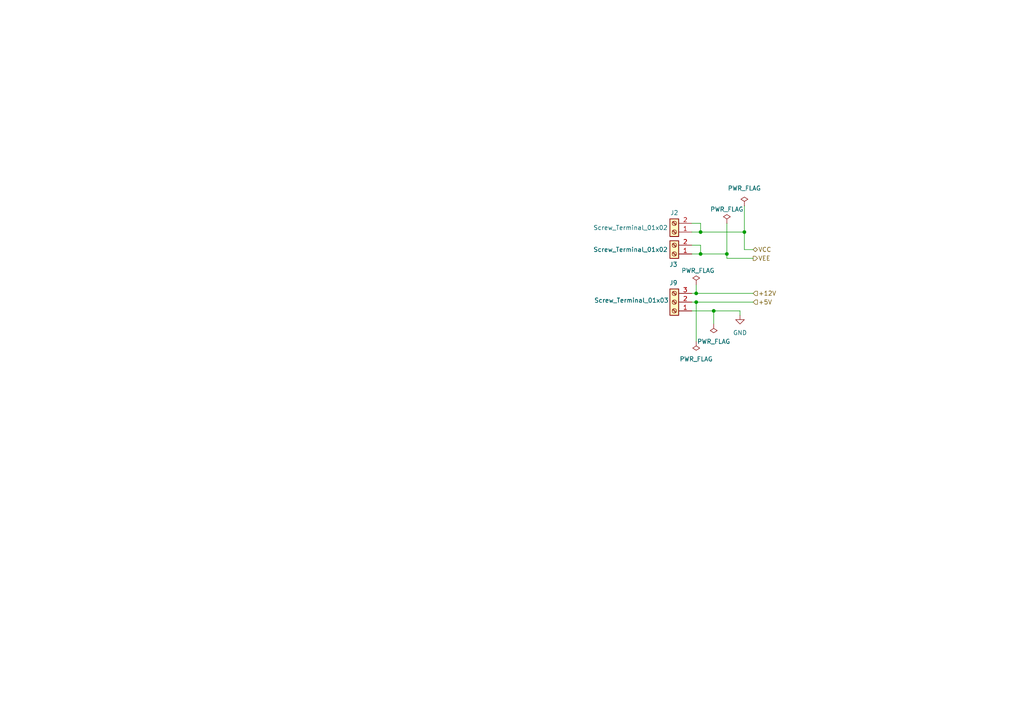
<source format=kicad_sch>
(kicad_sch (version 20231120) (generator "eeschema") (generator_version "8.0")
  (paper "A4")
  (title_block (title "Fuente_flyback_multisalida") (rev "1") (company "FaCENA-UNNE") (comment 1 "Dispositivo para relevamiento de umbrales de sensibilidad tactil.") (comment 2 "Tesis MIB: García Cabrera, Jeremías A."))
  (lib_symbols
    (symbol "Connector:Screw_Terminal_01x02" (pin_names (offset 1.016) hide)
      (property "Reference" "J" (at 0 2.54 0))
      (property "Value" "Screw_Terminal_01x02" (at 0 -5.08 0))
      (symbol "Screw_Terminal_01x02_1_1"
        (rectangle (start -1.27 1.27) (end 1.27 -3.81) (stroke (width 0.254)) (fill (type background)))
        (circle (center 0 -2.54) (radius 0.635) (stroke (width 0.1524)))
        (polyline (pts (xy -0.5334 -2.2098) (xy 0.3302 -3.048)) (stroke (width 0.1524)))
        (polyline (pts (xy -0.5334 0.3302) (xy 0.3302 -0.508)) (stroke (width 0.1524)))
        (polyline (pts (xy -0.3556 -2.032) (xy 0.508 -2.8702)) (stroke (width 0.1524)))
        (polyline (pts (xy -0.3556 0.508) (xy 0.508 -0.3302)) (stroke (width 0.1524)))
        (circle (center 0 0) (radius 0.635) (stroke (width 0.1524)))
        (pin passive line (at -5.08 0 0) (length 3.81) (name "Pin_1") (number "1"))
        (pin passive line (at -5.08 -2.54 0) (length 3.81) (name "Pin_2") (number "2"))
      )
    )
    (symbol "Connector:Screw_Terminal_01x03" (pin_names (offset 1.016) hide)
      (property "Reference" "J" (at 0 5.08 0))
      (property "Value" "Screw_Terminal_01x03" (at 0 -5.08 0))
      (symbol "Screw_Terminal_01x03_1_1"
        (rectangle (start -1.27 3.81) (end 1.27 -3.81) (stroke (width 0.254)) (fill (type background)))
        (circle (center 0 -2.54) (radius 0.635) (stroke (width 0.1524)))
        (polyline (pts (xy -0.5334 -2.2098) (xy 0.3302 -3.048)) (stroke (width 0.1524)))
        (polyline (pts (xy -0.5334 0.3302) (xy 0.3302 -0.508)) (stroke (width 0.1524)))
        (polyline (pts (xy -0.5334 2.8702) (xy 0.3302 2.032)) (stroke (width 0.1524)))
        (polyline (pts (xy -0.3556 -2.032) (xy 0.508 -2.8702)) (stroke (width 0.1524)))
        (polyline (pts (xy -0.3556 0.508) (xy 0.508 -0.3302)) (stroke (width 0.1524)))
        (polyline (pts (xy -0.3556 3.048) (xy 0.508 2.2098)) (stroke (width 0.1524)))
        (circle (center 0 0) (radius 0.635) (stroke (width 0.1524)))
        (circle (center 0 2.54) (radius 0.635) (stroke (width 0.1524)))
        (pin passive line (at -5.08 2.54 0) (length 3.81) (name "Pin_1") (number "1"))
        (pin passive line (at -5.08 0 0) (length 3.81) (name "Pin_2") (number "2"))
        (pin passive line (at -5.08 -2.54 0) (length 3.81) (name "Pin_3") (number "3"))
      )
    )
    (symbol "power:GND" (power) (pin_names (offset 0))
      (property "Value" "GND" (at 0 -3.81 0))
      (symbol "GND_0_1"
        (polyline (pts (xy 0 0) (xy 0 -1.27) (xy 1.27 -1.27) (xy 0 -2.54) (xy -1.27 -1.27) (xy 0 -1.27)))
      )
      (symbol "GND_1_1"
        (pin power_in line (at 0 0 270) (length 0) hide (name "GND") (number "1"))
      )
    )
    (symbol "power:PWR_FLAG" (power) (pin_numbers hide) (pin_names (offset 0) hide)
      (property "Value" "PWR_FLAG" (at 0 3.81 0))
      (symbol "PWR_FLAG_0_0"
        (pin power_out line (at 0 0 90) (length 0) (name "pwr") (number "1"))
      )
      (symbol "PWR_FLAG_0_1"
        (polyline (pts (xy 0 0) (xy 0 1.27) (xy -1.016 1.905) (xy 0 2.54) (xy 1.016 1.905) (xy 0 1.27)))
      )
    )
  )
  (junction (at 215.9 67.31))
  (junction (at 207.01 90.17))
  (junction (at 203.2 67.31))
  (junction (at 201.93 87.63))
  (junction (at 201.93 85.09))
  (junction (at 210.82 73.66))
  (junction (at 203.2 73.66))
  (wire (pts (xy 215.9 72.39) (xy 218.44 72.39)))
  (wire (pts (xy 200.66 90.17) (xy 207.01 90.17)))
  (wire (pts (xy 207.01 90.17) (xy 214.63 90.17)))
  (wire (pts (xy 201.93 85.09) (xy 218.44 85.09)))
  (wire (pts (xy 201.93 87.63) (xy 218.44 87.63)))
  (wire (pts (xy 210.82 73.66) (xy 210.82 74.93)))
  (wire (pts (xy 207.01 93.98) (xy 207.01 90.17)))
  (wire (pts (xy 203.2 64.77) (xy 203.2 67.31)))
  (wire (pts (xy 210.82 74.93) (xy 218.44 74.93)))
  (wire (pts (xy 215.9 59.69) (xy 215.9 67.31)))
  (wire (pts (xy 200.66 67.31) (xy 203.2 67.31)))
  (wire (pts (xy 203.2 73.66) (xy 210.82 73.66)))
  (wire (pts (xy 200.66 73.66) (xy 203.2 73.66)))
  (wire (pts (xy 200.66 71.12) (xy 203.2 71.12)))
  (wire (pts (xy 200.66 85.09) (xy 201.93 85.09)))
  (wire (pts (xy 215.9 67.31) (xy 215.9 72.39)))
  (wire (pts (xy 201.93 87.63) (xy 201.93 99.06)))
  (wire (pts (xy 203.2 67.31) (xy 215.9 67.31)))
  (wire (pts (xy 200.66 87.63) (xy 201.93 87.63)))
  (wire (pts (xy 203.2 71.12) (xy 203.2 73.66)))
  (wire (pts (xy 201.93 82.55) (xy 201.93 85.09)))
  (wire (pts (xy 200.66 64.77) (xy 203.2 64.77)))
  (wire (pts (xy 210.82 64.77) (xy 210.82 73.66)))
  (wire (pts (xy 214.63 91.44) (xy 214.63 90.17)))
  (hierarchical_label "+5V" (shape input) (at 218.44 87.63 0))
  (hierarchical_label "+12V" (shape input) (at 218.44 85.09 0))
  (hierarchical_label "VCC" (shape bidirectional) (at 218.44 72.39 0))
  (hierarchical_label "VEE" (shape output) (at 218.44 74.93 0))
  (symbol (lib_id "power:GND") (at 214.63 91.44 0) (unit 1)
    (property "Reference" "#PWR02" (effects (hide yes)))
    (property "Value" "GND" (at 214.63 96.52 0))
  )
  (symbol (lib_id "power:PWR_FLAG") (at 207.01 93.98 180) (unit 1)
    (property "Reference" "#FLG05" (effects (hide yes)))
    (property "Value" "PWR_FLAG" (at 207.01 99.06 0))
  )
  (symbol (lib_id "power:PWR_FLAG") (at 201.93 99.06 180) (unit 1)
    (property "Reference" "#FLG06" (effects (hide yes)))
    (property "Value" "PWR_FLAG" (at 201.93 104.14 0))
  )
  (symbol (lib_id "power:PWR_FLAG") (at 210.82 64.77 0) (unit 1)
    (property "Reference" "#FLG02" (effects (hide yes)))
    (property "Value" "PWR_FLAG" (at 210.82 60.706 0))
  )
  (symbol (lib_id "Connector:Screw_Terminal_01x03") (at 195.58 87.63 180) (unit 1)
    (property "Reference" "J9" (at 195.326 82.042 0))
    (property "Value" "Screw_Terminal_01x03" (at 183.134 87.122 0))
    (property "Description" "Generic screw terminal, single row, 01x03, script generated (kicad-library-utils/schlib/autogen/connector/)" (effects (hide yes)))
  )
  (symbol (lib_id "Connector:Screw_Terminal_01x02") (at 195.58 73.66 180) (unit 1)
    (property "Reference" "J3" (at 195.326 76.708 0))
    (property "Value" "Screw_Terminal_01x02" (at 182.88 72.39 0))
    (property "Footprint" "TerminalBlock:TerminalBlock_bornier-2_P5.08mm" (effects (hide yes)))
  )
  (symbol (lib_id "power:PWR_FLAG") (at 215.9 59.69 0) (unit 1)
    (property "Reference" "#FLG01" (effects (hide yes)))
    (property "Value" "PWR_FLAG" (at 215.9 54.61 0))
  )
  (symbol (lib_id "power:PWR_FLAG") (at 201.93 82.55 0) (unit 1)
    (property "Reference" "#FLG04" (effects (hide yes)))
    (property "Value" "PWR_FLAG" (at 202.438 78.486 0))
  )
  (symbol (lib_id "Connector:Screw_Terminal_01x02") (at 195.58 67.31 180) (unit 1)
    (property "Reference" "J2" (at 195.58 61.722 0))
    (property "Value" "Screw_Terminal_01x02" (at 182.88 66.04 0))
    (property "Footprint" "TerminalBlock:TerminalBlock_bornier-2_P5.08mm" (effects (hide yes)))
  )
)
</source>
